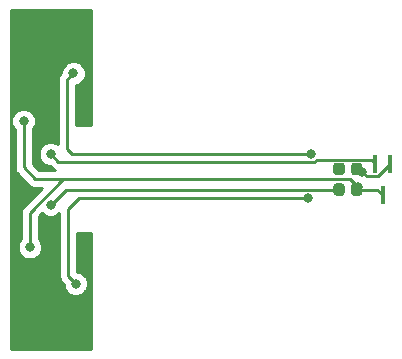
<source format=gbr>
%TF.GenerationSoftware,KiCad,Pcbnew,(5.99.0-2309-gaf729d578)*%
%TF.CreationDate,2020-08-02T15:34:58-04:00*%
%TF.ProjectId,flex,666c6578-2e6b-4696-9361-645f70636258,rev?*%
%TF.SameCoordinates,Original*%
%TF.FileFunction,Copper,L1,Top*%
%TF.FilePolarity,Positive*%
%FSLAX46Y46*%
G04 Gerber Fmt 4.6, Leading zero omitted, Abs format (unit mm)*
G04 Created by KiCad (PCBNEW (5.99.0-2309-gaf729d578)) date 2020-08-02 15:34:58*
%MOMM*%
%LPD*%
G01*
G04 APERTURE LIST*
%TA.AperFunction,SMDPad,CuDef*%
%ADD10R,0.450000X1.500000*%
%TD*%
%TA.AperFunction,ViaPad*%
%ADD11C,0.800000*%
%TD*%
%TA.AperFunction,Conductor*%
%ADD12C,0.250000*%
%TD*%
%TA.AperFunction,NonConductor*%
%ADD13C,0.254000*%
%TD*%
G04 APERTURE END LIST*
%TO.P,R2,2*%
%TO.N,Net-(D1-Pad2)*%
%TA.AperFunction,SMDPad,CuDef*%
G36*
G01*
X13162500Y-20350000D02*
X13637500Y-20350000D01*
G75*
G02*
X13875000Y-20587500I0J-237500D01*
G01*
X13875000Y-21162500D01*
G75*
G02*
X13637500Y-21400000I-237500J0D01*
G01*
X13162500Y-21400000D01*
G75*
G02*
X12925000Y-21162500I0J237500D01*
G01*
X12925000Y-20587500D01*
G75*
G02*
X13162500Y-20350000I237500J0D01*
G01*
G37*
%TD.AperFunction*%
%TO.P,R2,1*%
%TO.N,VIN*%
%TA.AperFunction,SMDPad,CuDef*%
G36*
G01*
X13162500Y-18600000D02*
X13637500Y-18600000D01*
G75*
G02*
X13875000Y-18837500I0J-237500D01*
G01*
X13875000Y-19412500D01*
G75*
G02*
X13637500Y-19650000I-237500J0D01*
G01*
X13162500Y-19650000D01*
G75*
G02*
X12925000Y-19412500I0J237500D01*
G01*
X12925000Y-18837500D01*
G75*
G02*
X13162500Y-18600000I237500J0D01*
G01*
G37*
%TD.AperFunction*%
%TD*%
%TO.P,R1,2*%
%TO.N,GND*%
%TA.AperFunction,SMDPad,CuDef*%
G36*
G01*
X14662500Y-20350000D02*
X15137500Y-20350000D01*
G75*
G02*
X15375000Y-20587500I0J-237500D01*
G01*
X15375000Y-21162500D01*
G75*
G02*
X15137500Y-21400000I-237500J0D01*
G01*
X14662500Y-21400000D01*
G75*
G02*
X14425000Y-21162500I0J237500D01*
G01*
X14425000Y-20587500D01*
G75*
G02*
X14662500Y-20350000I237500J0D01*
G01*
G37*
%TD.AperFunction*%
%TO.P,R1,1*%
%TO.N,FLASHLIGHT*%
%TA.AperFunction,SMDPad,CuDef*%
G36*
G01*
X14662500Y-18600000D02*
X15137500Y-18600000D01*
G75*
G02*
X15375000Y-18837500I0J-237500D01*
G01*
X15375000Y-19412500D01*
G75*
G02*
X15137500Y-19650000I-237500J0D01*
G01*
X14662500Y-19650000D01*
G75*
G02*
X14425000Y-19412500I0J237500D01*
G01*
X14425000Y-18837500D01*
G75*
G02*
X14662500Y-18600000I237500J0D01*
G01*
G37*
%TD.AperFunction*%
%TD*%
D10*
%TO.P,Q1,3,S*%
%TO.N,GND*%
X17100000Y-21330000D03*
%TO.P,Q1,2,D*%
%TO.N,Net-(D1-Pad1)*%
X16450000Y-18670000D03*
%TO.P,Q1,1,G*%
%TO.N,FLASHLIGHT*%
X17750000Y-18670000D03*
%TD*%
D11*
%TO.N,GND*%
X-13309600Y-15062200D03*
X-12776200Y-25755600D03*
%TO.N,BUTTON4*%
X10744200Y-21564600D03*
%TO.N,GND*%
X15018922Y-20691010D03*
%TO.N,FLASHLIGHT*%
X15366608Y-19345142D03*
%TO.N,BUTTON4*%
X-8890000Y-28854400D03*
%TO.N,BUTTON2*%
X-9093200Y-11023600D03*
X11049000Y-17881600D03*
%TO.N,Net-(D1-Pad2)*%
X-11000000Y-22140000D03*
%TO.N,Net-(D1-Pad1)*%
X-11000000Y-17860000D03*
%TO.N,VIN*%
X13320883Y-19129709D03*
%TD*%
D12*
%TO.N,GND*%
X-13309600Y-15062200D02*
X-13309600Y-18999200D01*
X-13309600Y-18999200D02*
X-12319000Y-19989800D01*
X-12319000Y-19989800D02*
X-9931400Y-19989800D01*
X-12776200Y-25755600D02*
X-12776200Y-22834600D01*
X-12776200Y-22834600D02*
X-9931400Y-19989800D01*
X-9931400Y-19989800D02*
X14317712Y-19989800D01*
X14317712Y-19989800D02*
X15018922Y-20691010D01*
%TO.N,FLASHLIGHT*%
X17750000Y-18670000D02*
X16674859Y-19745141D01*
X15766607Y-19745141D02*
X15366608Y-19345142D01*
%TO.N,BUTTON4*%
X10744200Y-21564600D02*
X-8582814Y-21564600D01*
X-8582814Y-21564600D02*
X-9525010Y-22506796D01*
%TO.N,FLASHLIGHT*%
X16674859Y-19745141D02*
X15766607Y-19745141D01*
%TO.N,BUTTON4*%
X-9525010Y-22506796D02*
X-9525010Y-28219390D01*
X-9525010Y-28219390D02*
X-8890000Y-28854400D01*
%TO.N,Net-(D1-Pad1)*%
X11480612Y-18374990D02*
X11349001Y-18506601D01*
X11349001Y-18506601D02*
X-10353399Y-18506601D01*
X-10353399Y-18506601D02*
X-11000000Y-17860000D01*
X16154990Y-18374990D02*
X11480612Y-18374990D01*
X16450000Y-18670000D02*
X16154990Y-18374990D01*
%TO.N,BUTTON2*%
X-9625010Y-11555410D02*
X-9093200Y-11023600D01*
X-9193383Y-17881600D02*
X-9625010Y-17449973D01*
X-9625010Y-17449973D02*
X-9625010Y-11555410D01*
X11049000Y-17881600D02*
X-9193383Y-17881600D01*
%TO.N,Net-(D1-Pad2)*%
X13400000Y-20875000D02*
X-9735000Y-20875000D01*
X-9735000Y-20875000D02*
X-11000000Y-22140000D01*
%TO.N,GND*%
X14900000Y-20875000D02*
X16645000Y-20875000D01*
X16645000Y-20875000D02*
X17100000Y-21330000D01*
%TD*%
D13*
X-7634000Y-15430769D02*
X-8864010Y-15430769D01*
X-8864010Y-12034735D01*
X-8701365Y-11991154D01*
X-8686105Y-11984833D01*
X-8464295Y-11856771D01*
X-8451191Y-11846716D01*
X-8270084Y-11665609D01*
X-8260029Y-11652505D01*
X-8131967Y-11430695D01*
X-8125646Y-11415435D01*
X-8059356Y-11168038D01*
X-8057200Y-11151662D01*
X-8057200Y-10895538D01*
X-8059356Y-10879162D01*
X-8125646Y-10631765D01*
X-8131967Y-10616505D01*
X-8260029Y-10394695D01*
X-8270084Y-10381591D01*
X-8451191Y-10200484D01*
X-8464295Y-10190429D01*
X-8686105Y-10062367D01*
X-8701365Y-10056046D01*
X-8948762Y-9989756D01*
X-8965138Y-9987600D01*
X-9221262Y-9987600D01*
X-9237638Y-9989756D01*
X-9485035Y-10056046D01*
X-9500295Y-10062367D01*
X-9722105Y-10190429D01*
X-9735209Y-10200484D01*
X-9916316Y-10381591D01*
X-9926371Y-10394695D01*
X-10054433Y-10616505D01*
X-10060754Y-10631765D01*
X-10127044Y-10879162D01*
X-10129200Y-10895538D01*
X-10129200Y-10983386D01*
X-10241245Y-11095430D01*
X-10252902Y-11111475D01*
X-10275872Y-11156554D01*
X-10305617Y-11197495D01*
X-10314621Y-11215167D01*
X-10330257Y-11263292D01*
X-10353227Y-11308370D01*
X-10359356Y-11327233D01*
X-10367271Y-11377211D01*
X-10382907Y-11425332D01*
X-10386009Y-11444921D01*
X-10386009Y-11505436D01*
X-10386010Y-17018218D01*
X-10592905Y-16898767D01*
X-10608165Y-16892446D01*
X-10855562Y-16826156D01*
X-10871938Y-16824000D01*
X-11128062Y-16824000D01*
X-11144438Y-16826156D01*
X-11391835Y-16892446D01*
X-11407095Y-16898767D01*
X-11628905Y-17026829D01*
X-11642009Y-17036884D01*
X-11823116Y-17217991D01*
X-11833171Y-17231095D01*
X-11961233Y-17452905D01*
X-11967554Y-17468165D01*
X-12033844Y-17715562D01*
X-12036000Y-17731938D01*
X-12036000Y-17988062D01*
X-12033844Y-18004438D01*
X-11967554Y-18251835D01*
X-11961233Y-18267095D01*
X-11833171Y-18488905D01*
X-11823116Y-18502009D01*
X-11642009Y-18683116D01*
X-11628905Y-18693171D01*
X-11407095Y-18821233D01*
X-11391835Y-18827554D01*
X-11144438Y-18893844D01*
X-11128062Y-18896000D01*
X-11040215Y-18896000D01*
X-10813378Y-19122838D01*
X-10797333Y-19134495D01*
X-10752255Y-19157463D01*
X-10711317Y-19187207D01*
X-10693645Y-19196211D01*
X-10645520Y-19211848D01*
X-10612250Y-19228800D01*
X-12003784Y-19228800D01*
X-12548600Y-18683985D01*
X-12548600Y-15766324D01*
X-12486484Y-15704209D01*
X-12476429Y-15691105D01*
X-12348367Y-15469295D01*
X-12342046Y-15454035D01*
X-12275756Y-15206638D01*
X-12273600Y-15190262D01*
X-12273600Y-14934138D01*
X-12275756Y-14917762D01*
X-12342046Y-14670365D01*
X-12348367Y-14655105D01*
X-12476429Y-14433295D01*
X-12486484Y-14420191D01*
X-12667591Y-14239084D01*
X-12680695Y-14229029D01*
X-12902505Y-14100967D01*
X-12917765Y-14094646D01*
X-13165162Y-14028356D01*
X-13181538Y-14026200D01*
X-13437662Y-14026200D01*
X-13454038Y-14028356D01*
X-13701435Y-14094646D01*
X-13716695Y-14100967D01*
X-13938505Y-14229029D01*
X-13951609Y-14239084D01*
X-14132716Y-14420191D01*
X-14142771Y-14433295D01*
X-14270833Y-14655105D01*
X-14277154Y-14670365D01*
X-14343444Y-14917762D01*
X-14345600Y-14934138D01*
X-14345600Y-15190262D01*
X-14343444Y-15206638D01*
X-14277154Y-15454035D01*
X-14270833Y-15469295D01*
X-14142771Y-15691105D01*
X-14132716Y-15704209D01*
X-14070600Y-15766324D01*
X-14070599Y-18898627D01*
X-14070599Y-19109689D01*
X-14067496Y-19129278D01*
X-14051861Y-19177398D01*
X-14043946Y-19227377D01*
X-14037817Y-19246240D01*
X-14014847Y-19291318D01*
X-13999211Y-19339443D01*
X-13990207Y-19357115D01*
X-13960462Y-19398056D01*
X-13937492Y-19443135D01*
X-13925835Y-19459180D01*
X-13883044Y-19501970D01*
X-12928224Y-20456791D01*
X-12778979Y-20606037D01*
X-12762934Y-20617694D01*
X-12717856Y-20640662D01*
X-12676918Y-20670406D01*
X-12659246Y-20679410D01*
X-12611121Y-20695047D01*
X-12566038Y-20718018D01*
X-12547177Y-20724147D01*
X-12497192Y-20732064D01*
X-12449078Y-20747697D01*
X-12429490Y-20750799D01*
X-12374191Y-20750799D01*
X-12374179Y-20750800D01*
X-11768615Y-20750800D01*
X-13243190Y-22225376D01*
X-13392435Y-22374620D01*
X-13404092Y-22390665D01*
X-13427062Y-22435744D01*
X-13456807Y-22476685D01*
X-13465811Y-22494357D01*
X-13481447Y-22542482D01*
X-13504417Y-22587560D01*
X-13510546Y-22606423D01*
X-13518461Y-22656401D01*
X-13534097Y-22704522D01*
X-13537199Y-22724111D01*
X-13537199Y-22784626D01*
X-13537200Y-25051476D01*
X-13599316Y-25113591D01*
X-13609371Y-25126695D01*
X-13737433Y-25348505D01*
X-13743754Y-25363765D01*
X-13810044Y-25611162D01*
X-13812200Y-25627538D01*
X-13812200Y-25883662D01*
X-13810044Y-25900038D01*
X-13743754Y-26147435D01*
X-13737433Y-26162695D01*
X-13609371Y-26384505D01*
X-13599316Y-26397609D01*
X-13418209Y-26578716D01*
X-13405105Y-26588771D01*
X-13183295Y-26716833D01*
X-13168035Y-26723154D01*
X-12920638Y-26789444D01*
X-12904262Y-26791600D01*
X-12648138Y-26791600D01*
X-12631762Y-26789444D01*
X-12384365Y-26723154D01*
X-12369105Y-26716833D01*
X-12147295Y-26588771D01*
X-12134191Y-26578716D01*
X-11953084Y-26397609D01*
X-11943029Y-26384505D01*
X-11814967Y-26162695D01*
X-11808646Y-26147435D01*
X-11742356Y-25900038D01*
X-11740200Y-25883662D01*
X-11740200Y-25627538D01*
X-11742356Y-25611162D01*
X-11808646Y-25363765D01*
X-11814967Y-25348505D01*
X-11943029Y-25126695D01*
X-11953084Y-25113591D01*
X-12015200Y-25051476D01*
X-12015200Y-23149815D01*
X-11735255Y-22869870D01*
X-11642009Y-22963116D01*
X-11628905Y-22973171D01*
X-11407095Y-23101233D01*
X-11391835Y-23107554D01*
X-11144438Y-23173844D01*
X-11128062Y-23176000D01*
X-10871938Y-23176000D01*
X-10855562Y-23173844D01*
X-10608165Y-23107554D01*
X-10592905Y-23101233D01*
X-10371095Y-22973171D01*
X-10357991Y-22963116D01*
X-10286010Y-22891135D01*
X-10286009Y-28118817D01*
X-10286009Y-28329879D01*
X-10282907Y-28349468D01*
X-10267271Y-28397589D01*
X-10259356Y-28447567D01*
X-10253227Y-28466430D01*
X-10230257Y-28511508D01*
X-10214621Y-28559633D01*
X-10205617Y-28577305D01*
X-10175872Y-28618246D01*
X-10152902Y-28663325D01*
X-10141245Y-28679370D01*
X-9926000Y-28894614D01*
X-9926000Y-28982462D01*
X-9923844Y-28998838D01*
X-9857554Y-29246235D01*
X-9851233Y-29261495D01*
X-9723171Y-29483305D01*
X-9713116Y-29496409D01*
X-9532009Y-29677516D01*
X-9518905Y-29687571D01*
X-9297095Y-29815633D01*
X-9281835Y-29821954D01*
X-9034438Y-29888244D01*
X-9018062Y-29890400D01*
X-8761938Y-29890400D01*
X-8745562Y-29888244D01*
X-8498165Y-29821954D01*
X-8482905Y-29815633D01*
X-8261095Y-29687571D01*
X-8247991Y-29677516D01*
X-8066884Y-29496409D01*
X-8056829Y-29483305D01*
X-7928767Y-29261495D01*
X-7922446Y-29246235D01*
X-7856156Y-28998838D01*
X-7854000Y-28982462D01*
X-7854000Y-28726338D01*
X-7856156Y-28709962D01*
X-7922446Y-28462565D01*
X-7928767Y-28447305D01*
X-8056829Y-28225495D01*
X-8066884Y-28212391D01*
X-8247991Y-28031284D01*
X-8261095Y-28021229D01*
X-8482905Y-27893167D01*
X-8498165Y-27886846D01*
X-8745562Y-27820556D01*
X-8761938Y-27818400D01*
X-8764010Y-27818400D01*
X-8764010Y-24526000D01*
X-7633999Y-24526000D01*
X-7634000Y-34366000D01*
X-14366000Y-34366000D01*
X-14366000Y-5634000D01*
X-7633999Y-5634000D01*
X-7634000Y-15430769D01*
%TA.AperFunction,NonConductor*%
G36*
X-7634000Y-15430769D02*
G01*
X-8864010Y-15430769D01*
X-8864010Y-12034735D01*
X-8701365Y-11991154D01*
X-8686105Y-11984833D01*
X-8464295Y-11856771D01*
X-8451191Y-11846716D01*
X-8270084Y-11665609D01*
X-8260029Y-11652505D01*
X-8131967Y-11430695D01*
X-8125646Y-11415435D01*
X-8059356Y-11168038D01*
X-8057200Y-11151662D01*
X-8057200Y-10895538D01*
X-8059356Y-10879162D01*
X-8125646Y-10631765D01*
X-8131967Y-10616505D01*
X-8260029Y-10394695D01*
X-8270084Y-10381591D01*
X-8451191Y-10200484D01*
X-8464295Y-10190429D01*
X-8686105Y-10062367D01*
X-8701365Y-10056046D01*
X-8948762Y-9989756D01*
X-8965138Y-9987600D01*
X-9221262Y-9987600D01*
X-9237638Y-9989756D01*
X-9485035Y-10056046D01*
X-9500295Y-10062367D01*
X-9722105Y-10190429D01*
X-9735209Y-10200484D01*
X-9916316Y-10381591D01*
X-9926371Y-10394695D01*
X-10054433Y-10616505D01*
X-10060754Y-10631765D01*
X-10127044Y-10879162D01*
X-10129200Y-10895538D01*
X-10129200Y-10983386D01*
X-10241245Y-11095430D01*
X-10252902Y-11111475D01*
X-10275872Y-11156554D01*
X-10305617Y-11197495D01*
X-10314621Y-11215167D01*
X-10330257Y-11263292D01*
X-10353227Y-11308370D01*
X-10359356Y-11327233D01*
X-10367271Y-11377211D01*
X-10382907Y-11425332D01*
X-10386009Y-11444921D01*
X-10386009Y-11505436D01*
X-10386010Y-17018218D01*
X-10592905Y-16898767D01*
X-10608165Y-16892446D01*
X-10855562Y-16826156D01*
X-10871938Y-16824000D01*
X-11128062Y-16824000D01*
X-11144438Y-16826156D01*
X-11391835Y-16892446D01*
X-11407095Y-16898767D01*
X-11628905Y-17026829D01*
X-11642009Y-17036884D01*
X-11823116Y-17217991D01*
X-11833171Y-17231095D01*
X-11961233Y-17452905D01*
X-11967554Y-17468165D01*
X-12033844Y-17715562D01*
X-12036000Y-17731938D01*
X-12036000Y-17988062D01*
X-12033844Y-18004438D01*
X-11967554Y-18251835D01*
X-11961233Y-18267095D01*
X-11833171Y-18488905D01*
X-11823116Y-18502009D01*
X-11642009Y-18683116D01*
X-11628905Y-18693171D01*
X-11407095Y-18821233D01*
X-11391835Y-18827554D01*
X-11144438Y-18893844D01*
X-11128062Y-18896000D01*
X-11040215Y-18896000D01*
X-10813378Y-19122838D01*
X-10797333Y-19134495D01*
X-10752255Y-19157463D01*
X-10711317Y-19187207D01*
X-10693645Y-19196211D01*
X-10645520Y-19211848D01*
X-10612250Y-19228800D01*
X-12003784Y-19228800D01*
X-12548600Y-18683985D01*
X-12548600Y-15766324D01*
X-12486484Y-15704209D01*
X-12476429Y-15691105D01*
X-12348367Y-15469295D01*
X-12342046Y-15454035D01*
X-12275756Y-15206638D01*
X-12273600Y-15190262D01*
X-12273600Y-14934138D01*
X-12275756Y-14917762D01*
X-12342046Y-14670365D01*
X-12348367Y-14655105D01*
X-12476429Y-14433295D01*
X-12486484Y-14420191D01*
X-12667591Y-14239084D01*
X-12680695Y-14229029D01*
X-12902505Y-14100967D01*
X-12917765Y-14094646D01*
X-13165162Y-14028356D01*
X-13181538Y-14026200D01*
X-13437662Y-14026200D01*
X-13454038Y-14028356D01*
X-13701435Y-14094646D01*
X-13716695Y-14100967D01*
X-13938505Y-14229029D01*
X-13951609Y-14239084D01*
X-14132716Y-14420191D01*
X-14142771Y-14433295D01*
X-14270833Y-14655105D01*
X-14277154Y-14670365D01*
X-14343444Y-14917762D01*
X-14345600Y-14934138D01*
X-14345600Y-15190262D01*
X-14343444Y-15206638D01*
X-14277154Y-15454035D01*
X-14270833Y-15469295D01*
X-14142771Y-15691105D01*
X-14132716Y-15704209D01*
X-14070600Y-15766324D01*
X-14070599Y-18898627D01*
X-14070599Y-19109689D01*
X-14067496Y-19129278D01*
X-14051861Y-19177398D01*
X-14043946Y-19227377D01*
X-14037817Y-19246240D01*
X-14014847Y-19291318D01*
X-13999211Y-19339443D01*
X-13990207Y-19357115D01*
X-13960462Y-19398056D01*
X-13937492Y-19443135D01*
X-13925835Y-19459180D01*
X-13883044Y-19501970D01*
X-12928224Y-20456791D01*
X-12778979Y-20606037D01*
X-12762934Y-20617694D01*
X-12717856Y-20640662D01*
X-12676918Y-20670406D01*
X-12659246Y-20679410D01*
X-12611121Y-20695047D01*
X-12566038Y-20718018D01*
X-12547177Y-20724147D01*
X-12497192Y-20732064D01*
X-12449078Y-20747697D01*
X-12429490Y-20750799D01*
X-12374191Y-20750799D01*
X-12374179Y-20750800D01*
X-11768615Y-20750800D01*
X-13243190Y-22225376D01*
X-13392435Y-22374620D01*
X-13404092Y-22390665D01*
X-13427062Y-22435744D01*
X-13456807Y-22476685D01*
X-13465811Y-22494357D01*
X-13481447Y-22542482D01*
X-13504417Y-22587560D01*
X-13510546Y-22606423D01*
X-13518461Y-22656401D01*
X-13534097Y-22704522D01*
X-13537199Y-22724111D01*
X-13537199Y-22784626D01*
X-13537200Y-25051476D01*
X-13599316Y-25113591D01*
X-13609371Y-25126695D01*
X-13737433Y-25348505D01*
X-13743754Y-25363765D01*
X-13810044Y-25611162D01*
X-13812200Y-25627538D01*
X-13812200Y-25883662D01*
X-13810044Y-25900038D01*
X-13743754Y-26147435D01*
X-13737433Y-26162695D01*
X-13609371Y-26384505D01*
X-13599316Y-26397609D01*
X-13418209Y-26578716D01*
X-13405105Y-26588771D01*
X-13183295Y-26716833D01*
X-13168035Y-26723154D01*
X-12920638Y-26789444D01*
X-12904262Y-26791600D01*
X-12648138Y-26791600D01*
X-12631762Y-26789444D01*
X-12384365Y-26723154D01*
X-12369105Y-26716833D01*
X-12147295Y-26588771D01*
X-12134191Y-26578716D01*
X-11953084Y-26397609D01*
X-11943029Y-26384505D01*
X-11814967Y-26162695D01*
X-11808646Y-26147435D01*
X-11742356Y-25900038D01*
X-11740200Y-25883662D01*
X-11740200Y-25627538D01*
X-11742356Y-25611162D01*
X-11808646Y-25363765D01*
X-11814967Y-25348505D01*
X-11943029Y-25126695D01*
X-11953084Y-25113591D01*
X-12015200Y-25051476D01*
X-12015200Y-23149815D01*
X-11735255Y-22869870D01*
X-11642009Y-22963116D01*
X-11628905Y-22973171D01*
X-11407095Y-23101233D01*
X-11391835Y-23107554D01*
X-11144438Y-23173844D01*
X-11128062Y-23176000D01*
X-10871938Y-23176000D01*
X-10855562Y-23173844D01*
X-10608165Y-23107554D01*
X-10592905Y-23101233D01*
X-10371095Y-22973171D01*
X-10357991Y-22963116D01*
X-10286010Y-22891135D01*
X-10286009Y-28118817D01*
X-10286009Y-28329879D01*
X-10282907Y-28349468D01*
X-10267271Y-28397589D01*
X-10259356Y-28447567D01*
X-10253227Y-28466430D01*
X-10230257Y-28511508D01*
X-10214621Y-28559633D01*
X-10205617Y-28577305D01*
X-10175872Y-28618246D01*
X-10152902Y-28663325D01*
X-10141245Y-28679370D01*
X-9926000Y-28894614D01*
X-9926000Y-28982462D01*
X-9923844Y-28998838D01*
X-9857554Y-29246235D01*
X-9851233Y-29261495D01*
X-9723171Y-29483305D01*
X-9713116Y-29496409D01*
X-9532009Y-29677516D01*
X-9518905Y-29687571D01*
X-9297095Y-29815633D01*
X-9281835Y-29821954D01*
X-9034438Y-29888244D01*
X-9018062Y-29890400D01*
X-8761938Y-29890400D01*
X-8745562Y-29888244D01*
X-8498165Y-29821954D01*
X-8482905Y-29815633D01*
X-8261095Y-29687571D01*
X-8247991Y-29677516D01*
X-8066884Y-29496409D01*
X-8056829Y-29483305D01*
X-7928767Y-29261495D01*
X-7922446Y-29246235D01*
X-7856156Y-28998838D01*
X-7854000Y-28982462D01*
X-7854000Y-28726338D01*
X-7856156Y-28709962D01*
X-7922446Y-28462565D01*
X-7928767Y-28447305D01*
X-8056829Y-28225495D01*
X-8066884Y-28212391D01*
X-8247991Y-28031284D01*
X-8261095Y-28021229D01*
X-8482905Y-27893167D01*
X-8498165Y-27886846D01*
X-8745562Y-27820556D01*
X-8761938Y-27818400D01*
X-8764010Y-27818400D01*
X-8764010Y-24526000D01*
X-7633999Y-24526000D01*
X-7634000Y-34366000D01*
X-14366000Y-34366000D01*
X-14366000Y-5634000D01*
X-7633999Y-5634000D01*
X-7634000Y-15430769D01*
G37*
%TD.AperFunction*%
M02*

</source>
